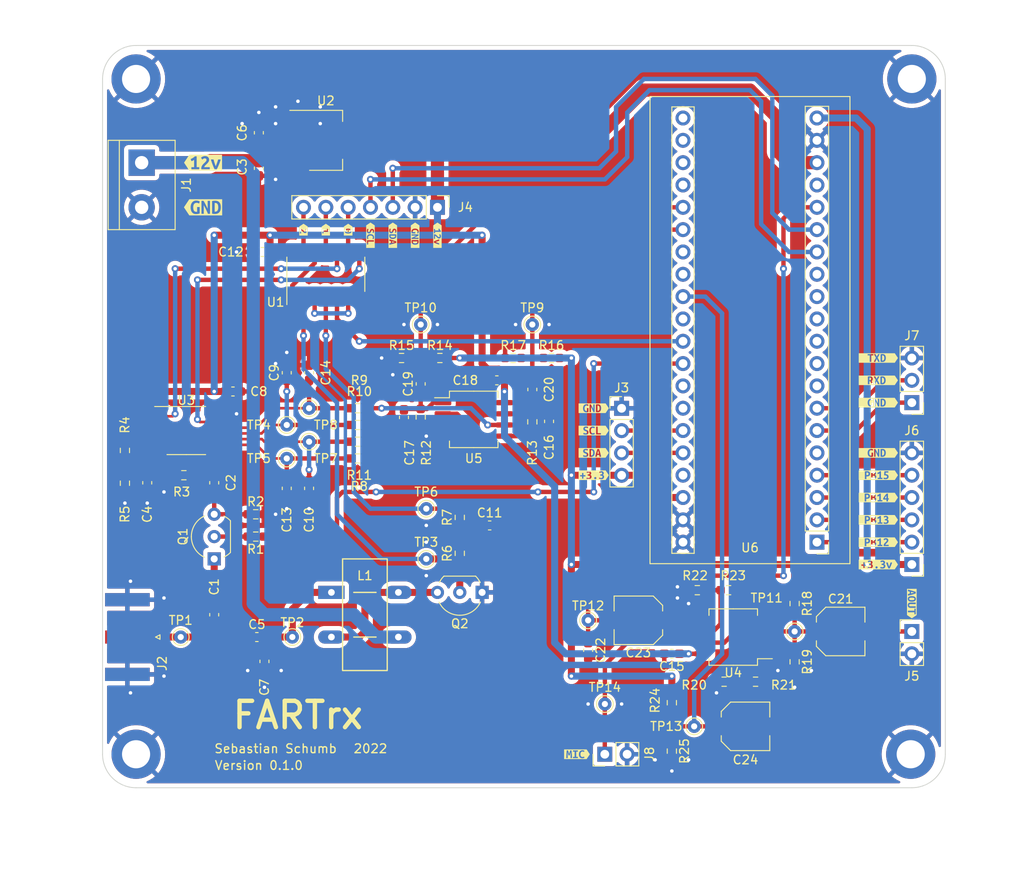
<source format=kicad_pcb>
(kicad_pcb (version 20211014) (generator pcbnew)

  (general
    (thickness 1.6)
  )

  (paper "A4")
  (title_block
    (comment 4 "AISLER Project ID: TRKRFPJH")
  )

  (layers
    (0 "F.Cu" signal)
    (31 "B.Cu" signal)
    (32 "B.Adhes" user "B.Adhesive")
    (33 "F.Adhes" user "F.Adhesive")
    (34 "B.Paste" user)
    (35 "F.Paste" user)
    (36 "B.SilkS" user "B.Silkscreen")
    (37 "F.SilkS" user "F.Silkscreen")
    (38 "B.Mask" user)
    (39 "F.Mask" user)
    (40 "Dwgs.User" user "User.Drawings")
    (41 "Cmts.User" user "User.Comments")
    (42 "Eco1.User" user "User.Eco1")
    (43 "Eco2.User" user "User.Eco2")
    (44 "Edge.Cuts" user)
    (45 "Margin" user)
    (46 "B.CrtYd" user "B.Courtyard")
    (47 "F.CrtYd" user "F.Courtyard")
    (48 "B.Fab" user)
    (49 "F.Fab" user)
    (50 "User.1" user)
    (51 "User.2" user)
    (52 "User.3" user)
    (53 "User.4" user)
    (54 "User.5" user)
    (55 "User.6" user)
    (56 "User.7" user)
    (57 "User.8" user)
    (58 "User.9" user)
  )

  (setup
    (stackup
      (layer "F.SilkS" (type "Top Silk Screen"))
      (layer "F.Paste" (type "Top Solder Paste"))
      (layer "F.Mask" (type "Top Solder Mask") (thickness 0.01))
      (layer "F.Cu" (type "copper") (thickness 0.035))
      (layer "dielectric 1" (type "core") (thickness 1.51) (material "FR4") (epsilon_r 4.5) (loss_tangent 0.02))
      (layer "B.Cu" (type "copper") (thickness 0.035))
      (layer "B.Mask" (type "Bottom Solder Mask") (thickness 0.01))
      (layer "B.Paste" (type "Bottom Solder Paste"))
      (layer "B.SilkS" (type "Bottom Silk Screen"))
      (copper_finish "None")
      (dielectric_constraints no)
    )
    (pad_to_mask_clearance 0)
    (pcbplotparams
      (layerselection 0x00010fc_ffffffff)
      (disableapertmacros false)
      (usegerberextensions false)
      (usegerberattributes true)
      (usegerberadvancedattributes true)
      (creategerberjobfile true)
      (svguseinch false)
      (svgprecision 6)
      (excludeedgelayer true)
      (plotframeref false)
      (viasonmask false)
      (mode 1)
      (useauxorigin false)
      (hpglpennumber 1)
      (hpglpenspeed 20)
      (hpglpendiameter 15.000000)
      (dxfpolygonmode true)
      (dxfimperialunits true)
      (dxfusepcbnewfont true)
      (psnegative false)
      (psa4output false)
      (plotreference true)
      (plotvalue true)
      (plotinvisibletext false)
      (sketchpadsonfab false)
      (subtractmaskfromsilk false)
      (outputformat 1)
      (mirror false)
      (drillshape 1)
      (scaleselection 1)
      (outputdirectory "")
    )
  )

  (net 0 "")
  (net 1 "Net-(C1-Pad2)")
  (net 2 "Net-(Q1-Pad2)")
  (net 3 "Net-(C2-Pad1)")
  (net 4 "GND")
  (net 5 "Net-(Q2-Pad2)")
  (net 6 "Net-(L1-Pad2)")
  (net 7 "RF")
  (net 8 "Net-(C5-Pad2)")
  (net 9 "Net-(C9-Pad1)")
  (net 10 "Net-(C13-Pad1)")
  (net 11 "Net-(R7-Pad2)")
  (net 12 "Net-(C10-Pad1)")
  (net 13 "Net-(C14-Pad1)")
  (net 14 "ADC_Q")
  (net 15 "ADC_I")
  (net 16 "Net-(C21-Pad1)")
  (net 17 "A_OUT")
  (net 18 "ADC_MIC")
  (net 19 "Net-(J8-Pad1)")
  (net 20 "CLK0")
  (net 21 "Net-(U1-Pad8)")
  (net 22 "CLK1")
  (net 23 "Net-(U1-Pad10)")
  (net 24 "BIAS_PWM")
  (net 25 "+5V")
  (net 26 "+12V")
  (net 27 "unconnected-(U3-Pad3)")
  (net 28 "unconnected-(U3-Pad4)")
  (net 29 "unconnected-(U3-Pad5)")
  (net 30 "unconnected-(U3-Pad6)")
  (net 31 "unconnected-(U3-Pad7)")
  (net 32 "Net-(C2-Pad2)")
  (net 33 "Net-(C24-Pad2)")
  (net 34 "Net-(R20-Pad1)")
  (net 35 "Net-(C23-Pad1)")
  (net 36 "Net-(R22-Pad1)")
  (net 37 "Net-(C17-Pad2)")
  (net 38 "Net-(R11-Pad2)")
  (net 39 "Net-(C17-Pad1)")
  (net 40 "SDA_PLL")
  (net 41 "SCL_PLL")
  (net 42 "RX_EN")
  (net 43 "unconnected-(U6-Pad11)")
  (net 44 "unconnected-(U6-Pad12)")
  (net 45 "SDA_DISP")
  (net 46 "SCL_DISP")
  (net 47 "unconnected-(U6-Pad21)")
  (net 48 "unconnected-(U6-Pad22)")
  (net 49 "unconnected-(U6-Pad30)")
  (net 50 "+3.3V")
  (net 51 "unconnected-(U6-Pad37)")
  (net 52 "Net-(J6-Pad3)")
  (net 53 "Net-(C16-Pad1)")
  (net 54 "Net-(R9-Pad2)")
  (net 55 "Net-(C16-Pad2)")
  (net 56 "Net-(C4-Pad1)")
  (net 57 "Net-(C11-Pad1)")
  (net 58 "Net-(C21-Pad2)")
  (net 59 "CLK2")
  (net 60 "Net-(J6-Pad2)")
  (net 61 "Net-(J6-Pad4)")
  (net 62 "Net-(J6-Pad5)")
  (net 63 "unconnected-(U6-Pad5)")
  (net 64 "unconnected-(U6-Pad34)")
  (net 65 "unconnected-(U6-Pad33)")
  (net 66 "unconnected-(U6-Pad8)")
  (net 67 "unconnected-(U6-Pad13)")
  (net 68 "unconnected-(U6-Pad9)")
  (net 69 "unconnected-(U6-Pad10)")
  (net 70 "unconnected-(U6-Pad28)")
  (net 71 "unconnected-(U6-Pad27)")
  (net 72 "unconnected-(U6-Pad24)")
  (net 73 "unconnected-(U6-Pad17)")
  (net 74 "unconnected-(U6-Pad23)")
  (net 75 "Net-(U1-Pad1)")
  (net 76 "Net-(U1-Pad3)")
  (net 77 "Net-(J7-Pad1)")
  (net 78 "Net-(J7-Pad2)")

  (footprint "MountingHole:MountingHole_3.2mm_M3_DIN965_Pad_TopBottom" (layer "F.Cu") (at 54.61 131.445))

  (footprint "Capacitor_SMD:C_0603_1608Metric_Pad1.08x0.95mm_HandSolder" (layer "F.Cu") (at 63.5 115.57 90))

  (footprint "TestPoint:TestPoint_THTPad_D1.5mm_Drill0.7mm" (layer "F.Cu") (at 118.11 128.27))

  (footprint "TestPoint:TestPoint_THTPad_D1.5mm_Drill0.7mm" (layer "F.Cu") (at 129.54 117.475))

  (footprint "Resistor_SMD:R_0603_1608Metric_Pad0.98x0.95mm_HandSolder" (layer "F.Cu") (at 79.815 92.075))

  (footprint "Capacitor_SMD:C_0603_1608Metric_Pad1.08x0.95mm_HandSolder" (layer "F.Cu") (at 69.215 120.8775 -90))

  (footprint "Resistor_SMD:R_0603_1608Metric_Pad0.98x0.95mm_HandSolder" (layer "F.Cu") (at 86.995 93.0675 90))

  (footprint "Resistor_SMD:R_0603_1608Metric_Pad0.98x0.95mm_HandSolder" (layer "F.Cu") (at 101.8775 86.36))

  (footprint "kibuzzard-63972C1C" (layer "F.Cu") (at 139.065 99.695))

  (footprint "Resistor_SMD:R_0603_1608Metric_Pad0.98x0.95mm_HandSolder" (layer "F.Cu") (at 129.54 114.3 -90))

  (footprint "Connector_PinHeader_2.54mm:PinHeader_1x07_P2.54mm_Vertical" (layer "F.Cu") (at 88.9 69.215 -90))

  (footprint "kibuzzard-63972ADE" (layer "F.Cu") (at 142.875 114.3 -90))

  (footprint "kibuzzard-639729AB" (layer "F.Cu") (at 73.66 71.755 -90))

  (footprint "Resistor_SMD:R_0603_1608Metric_Pad0.98x0.95mm_HandSolder" (layer "F.Cu") (at 68.2225 104.14))

  (footprint "Package_SO:SO-8_5.3x6.2mm_P1.27mm" (layer "F.Cu") (at 93.0275 93.345))

  (footprint "Connector_Coaxial:SMA_Amphenol_132289_EdgeMount" (layer "F.Cu") (at 53.6225 118.11 180))

  (footprint "TestPoint:TestPoint_THTPad_D1.5mm_Drill0.7mm" (layer "F.Cu") (at 74.295 95.885))

  (footprint "Capacitor_SMD:C_0603_1608Metric_Pad1.08x0.95mm_HandSolder" (layer "F.Cu") (at 115.57 120.015 180))

  (footprint "MountingHole:MountingHole_3.2mm_M3_DIN965_Pad_TopBottom" (layer "F.Cu") (at 54.61 54.61))

  (footprint "kibuzzard-63972BCB" (layer "F.Cu") (at 139.065 97.155))

  (footprint "TestPoint:TestPoint_THTPad_D1.5mm_Drill0.7mm" (layer "F.Cu") (at 59.69 118.11))

  (footprint "kibuzzard-63972A34" (layer "F.Cu") (at 106.68 99.695))

  (footprint "kibuzzard-63972897" (layer "F.Cu") (at 62.23 64.135))

  (footprint "Capacitor_SMD:C_0603_1608Metric_Pad1.08x0.95mm_HandSolder" (layer "F.Cu") (at 74.295 88.0375 90))

  (footprint "Package_TO_SOT_THT:TO-92_Inline_Wide" (layer "F.Cu") (at 93.98 113.03 180))

  (footprint "Resistor_SMD:R_0603_1608Metric_Pad0.98x0.95mm_HandSolder" (layer "F.Cu") (at 53.34 100.6075 -90))

  (footprint "Capacitor_SMD:C_0603_1608Metric_Pad1.08x0.95mm_HandSolder" (layer "F.Cu") (at 68.58 64.77 -90))

  (footprint "Package_TO_SOT_THT:TO-92_Inline_Wide" (layer "F.Cu") (at 63.5 109.22 90))

  (footprint "Resistor_SMD:R_0603_1608Metric_Pad0.98x0.95mm_HandSolder" (layer "F.Cu") (at 79.815 97.79))

  (footprint "TestPoint:TestPoint_THTPad_D1.5mm_Drill0.7mm" (layer "F.Cu") (at 74.295 92.075))

  (footprint "Connector_PinHeader_2.54mm:PinHeader_1x06_P2.54mm_Vertical" (layer "F.Cu") (at 142.875 109.855 180))

  (footprint "kibuzzard-63972C14" (layer "F.Cu") (at 139.065 102.235))

  (footprint "TestPoint:TestPoint_THTPad_D1.5mm_Drill0.7mm" (layer "F.Cu") (at 87.63 103.505))

  (footprint "Connector_PinHeader_2.54mm:PinHeader_1x03_P2.54mm_Vertical" (layer "F.Cu") (at 142.875 91.44 180))

  (footprint "TestPoint:TestPoint_THTPad_D1.5mm_Drill0.7mm" (layer "F.Cu") (at 107.95 125.73))

  (footprint "kibuzzard-63972A59" (layer "F.Cu") (at 106.68 92.075))

  (footprint "Resistor_SMD:R_0603_1608Metric_Pad0.98x0.95mm_HandSolder" (layer "F.Cu") (at 115.57 131.0875 -90))

  (footprint "Capacitor_SMD:C_0603_1608Metric_Pad1.08x0.95mm_HandSolder" (layer "F.Cu") (at 63.5 100.5575 90))

  (footprint "Capacitor_SMD:C_0603_1608Metric_Pad1.08x0.95mm_HandSolder" (layer "F.Cu") (at 99.695 89.9425 90))

  (footprint "Resistor_SMD:R_0603_1608Metric_Pad0.98x0.95mm_HandSolder" (layer "F.Cu") (at 84.8125 86.36))

  (footprint "Resistor_SMD:R_0603_1608Metric_Pad0.98x0.95mm_HandSolder" (layer "F.Cu") (at 121.5155 123.19 180))

  (footprint "TestPoint:TestPoint_THTPad_D1.5mm_Drill0.7mm" (layer "F.Cu") (at 72.39 118.11))

  (footprint "TestPoint:TestPoint_THTPad_D1.5mm_Drill0.7mm" (layer "F.Cu") (at 86.995 82.55))

  (footprint "Resistor_SMD:R_0603_1608Metric_Pad0.98x0.95mm_HandSolder" (layer "F.Cu") (at 79.815 93.98))

  (footprint "Capacitor_SMD:C_0603_1608Metric_Pad1.08x0.95mm_HandSolder" (layer "F.Cu") (at 106.045 119.6075 -90))

  (footprint "Resistor_SMD:R_0603_1608Metric_Pad0.98x0.95mm_HandSolder" (layer "F.Cu") (at 122.0235 112.776 180))

  (footprint "kibuzzard-63972C01" (layer "F.Cu") (at 139.065 107.315))

  (footprint "kibuzzard-63972C0D" (layer "F.Cu") (at 139.065 104.775))

  (footprint "Capacitor_SMD:C_0603_1608Metric_Pad1.08x0.95mm_HandSolder" (layer "F.Cu") (at 94.8425 105.41))

  (footprint "Capacitor_SMD:C_0603_1608Metric_Pad1.08x0.95mm_HandSolder" (layer "F.Cu") (at 71.755 101.1925 -90))

  (footprint "TestPoint:TestPoint_THTPad_D1.5mm_Drill0.7mm" (layer "F.Cu") (at 99.695 82.55))

  (footprint "Package_SO:SO-8_5.3x6.2mm_P1.27mm" (layer "F.Cu") (at 122.555 118.11 180))

  (footprint "MountingHole:MountingHole_3.2mm_M3_DIN965_Pad_TopBottom" (layer "F.Cu") (at 142.748 131.445))

  (footprint "Package_SO:TSSOP-16_4.4x5mm_P0.65mm" (layer "F.Cu") (at 60.325 94.615))

  (footprint "Connector_PinHeader_2.54mm:PinHeader_1x02_P2.54mm_Vertical" (layer "F.Cu") (at 107.94 131.445 90))

  (footprint "kibuzzard-63972E7D" (layer "F.Cu") (at 139.065 91.44))

  (footprint "Resistor_SMD:R_0603_1608Metric_Pad0.98x0.95mm_HandSolder" (layer "F.Cu") (at 97.5125 86.36))

  (footprint "Capacitor_SMD:C_0603_1608Metric_Pad1.08x0.95mm_HandSolder" (layer "F.Cu") (at 68.58 60.7325 90))

  (footprint "Resistor_SMD:R_0603_1608Metric_Pad0.98x0.95mm_HandSolder" (layer "F.Cu") (at 125.095 123.19 180))

  (footprint "Capacitor_SMD:C_Elec_5x5.8" (layer "F.Cu")
    (tedit 5BC8D926) (tstamp 90d29924-27cf-4bdc-aa2c-cfb0163709be)
    (at 134.7775 117.475)
    (descr "SMD capacitor, aluminum electrolytic nonpola
... [1141511 chars truncated]
</source>
